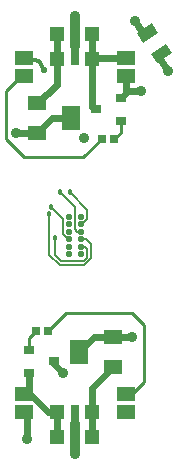
<source format=gtl>
G75*
%MOIN*%
%OFA0B0*%
%FSLAX24Y24*%
%IPPOS*%
%LPD*%
%AMOC8*
5,1,8,0,0,1.08239X$1,22.5*
%
%ADD10R,0.0270X0.0300*%
%ADD11R,0.0380X0.0600*%
%ADD12R,0.0630X0.0460*%
%ADD13R,0.0354X0.0315*%
%ADD14OC8,0.0190*%
%ADD15R,0.0630X0.0512*%
%ADD16R,0.0630X0.0787*%
%ADD17R,0.0276X0.1260*%
%ADD18R,0.0512X0.0453*%
%ADD19C,0.0354*%
%ADD20C,0.0240*%
%ADD21C,0.0320*%
%ADD22C,0.0050*%
%ADD23C,0.0180*%
%ADD24C,0.0100*%
%ADD25C,0.0210*%
%ADD26C,0.0120*%
D10*
X010850Y017960D03*
X011270Y017960D03*
X013050Y024360D03*
X013470Y024360D03*
D11*
G36*
X014900Y026906D02*
X014688Y027221D01*
X015184Y027556D01*
X015396Y027241D01*
X014900Y026906D01*
G37*
G36*
X014442Y027586D02*
X014230Y027901D01*
X014726Y028236D01*
X014938Y027921D01*
X014442Y027586D01*
G37*
D12*
X013860Y027060D03*
X013860Y026460D03*
X010460Y026460D03*
X010460Y027060D03*
X010460Y015860D03*
X010460Y015260D03*
X013860Y015260D03*
X013860Y015860D03*
D13*
X011460Y016960D03*
X010633Y016586D03*
X010633Y017334D03*
X013687Y024986D03*
X013687Y025734D03*
X012860Y025360D03*
D14*
X012360Y021785D03*
X012360Y021535D03*
X012360Y021285D03*
X012360Y021035D03*
X012360Y020785D03*
X012360Y020535D03*
X011960Y020535D03*
X011960Y020785D03*
X011960Y021035D03*
X011960Y021285D03*
X011960Y021535D03*
X011960Y021785D03*
D15*
X010889Y024560D03*
X010889Y025560D03*
X013431Y017760D03*
X013431Y016760D03*
D16*
X012289Y017260D03*
X012031Y025060D03*
D17*
X012160Y027460D03*
X012160Y014860D03*
D18*
X012741Y015264D03*
X012741Y014456D03*
X011579Y014456D03*
X011579Y015264D03*
X011579Y027056D03*
X011579Y027864D03*
X012741Y027864D03*
X012741Y027056D03*
D19*
X012160Y028460D03*
X014160Y028299D03*
X015278Y026641D03*
X014360Y025960D03*
X012471Y024408D03*
X010210Y024560D03*
X014060Y017760D03*
X012160Y013860D03*
X010560Y014360D03*
X011760Y016560D03*
D20*
X010460Y015260D02*
X010480Y015258D01*
X010498Y015252D01*
X010516Y015243D01*
X010531Y015231D01*
X010543Y015216D01*
X010552Y015198D01*
X010558Y015180D01*
X010560Y015160D01*
X010560Y014360D01*
X011256Y015264D02*
X010660Y015860D01*
X010460Y015860D01*
X010633Y016033D01*
X010633Y016586D01*
X011256Y015264D02*
X011579Y015264D01*
X011579Y014456D01*
X012741Y014456D02*
X012741Y015264D01*
X012741Y016070D01*
X013431Y016760D01*
X013431Y017760D02*
X014060Y017760D01*
X013431Y017760D02*
X012789Y017760D01*
X012289Y017260D01*
X011760Y016560D02*
X011460Y016860D01*
X011460Y016960D01*
X010889Y024560D02*
X010210Y024560D01*
X010889Y024560D02*
X011389Y025060D01*
X012031Y025060D01*
X011579Y026187D02*
X011579Y027056D01*
X011579Y027864D01*
X011579Y026187D02*
X010889Y025560D01*
X012741Y025446D02*
X012827Y025360D01*
X012860Y025360D01*
X012741Y025446D02*
X012741Y027010D01*
X012741Y027056D01*
X012741Y027060D01*
X013860Y027060D01*
X013860Y026460D02*
X013860Y025960D01*
X014360Y025960D01*
X013860Y025960D02*
X013860Y025912D01*
X013687Y025739D01*
X013687Y025734D01*
X012741Y027056D02*
X012741Y027864D01*
X012741Y027910D01*
X012741Y027960D01*
X014160Y028299D02*
X014467Y027843D01*
X014480Y027840D01*
X014584Y027911D01*
X015042Y027231D02*
X014949Y027168D01*
X014943Y027138D01*
X015278Y026641D01*
D21*
X012160Y027460D02*
X012160Y028460D01*
X012160Y014860D02*
X012160Y013860D01*
D22*
X012460Y020160D02*
X011660Y020160D01*
X011310Y020510D01*
X011310Y021860D01*
X011310Y021860D01*
X011360Y022110D02*
X011760Y021710D01*
X011760Y021210D01*
X011935Y021035D01*
X011960Y021035D01*
X012235Y021285D02*
X012160Y021360D01*
X012160Y022110D01*
X011660Y022610D01*
X012010Y022610D02*
X012560Y022010D01*
X012560Y021710D01*
X012385Y021535D01*
X012360Y021535D01*
X012360Y021285D02*
X012235Y021285D01*
X012360Y021035D02*
X012535Y021035D01*
X012710Y020860D01*
X012710Y020410D01*
X012460Y020160D01*
X012460Y020310D02*
X011710Y020310D01*
X011510Y020510D01*
X011510Y021060D01*
X012360Y020785D02*
X012485Y020785D01*
X012560Y020710D01*
X012560Y020410D01*
X012460Y020310D01*
D23*
X011510Y021060D03*
X011310Y021860D03*
X011360Y022110D03*
X011660Y022610D03*
X012010Y022610D03*
D24*
X012444Y023760D02*
X013050Y024360D01*
X013470Y024360D02*
X013687Y024577D01*
X013687Y024986D01*
X012444Y023760D02*
X010460Y023760D01*
X009860Y024360D01*
X009860Y025960D01*
X010360Y026460D01*
X010460Y026460D01*
X011870Y018560D02*
X014060Y018560D01*
X014460Y018160D01*
X014460Y016260D01*
X014060Y015860D01*
X013860Y015860D01*
X011270Y017960D02*
X011870Y018560D01*
X010850Y017960D02*
X010633Y017743D01*
X010633Y017334D01*
D25*
X011145Y026688D03*
D26*
X010960Y026963D01*
X010460Y027060D01*
M02*

</source>
